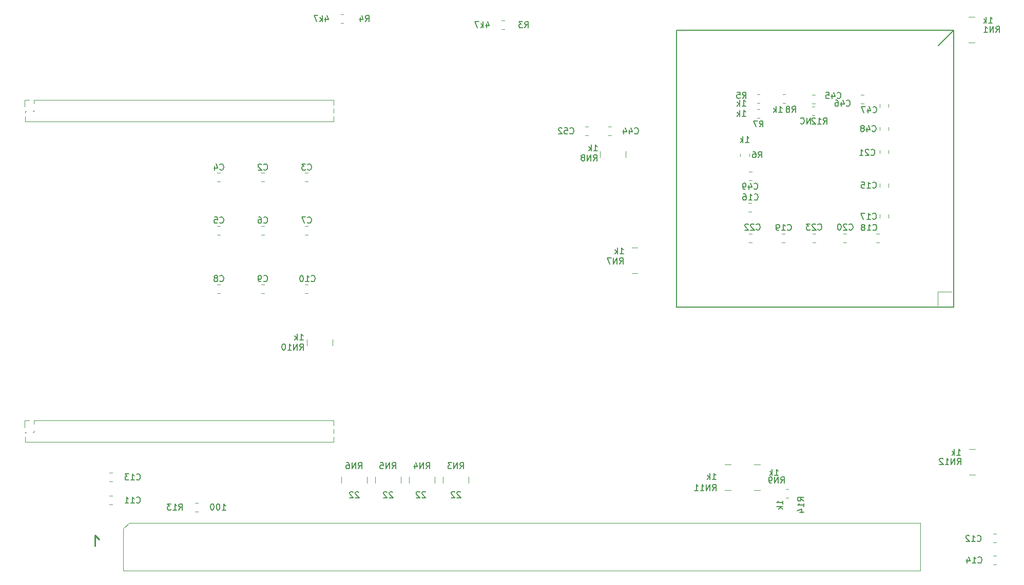
<source format=gbr>
G04 #@! TF.GenerationSoftware,KiCad,Pcbnew,(6.0.5-0)*
G04 #@! TF.CreationDate,2022-07-01T16:01:09+02:00*
G04 #@! TF.ProjectId,Z3660_v02,5a333636-305f-4763-9032-2e6b69636164,rev?*
G04 #@! TF.SameCoordinates,Original*
G04 #@! TF.FileFunction,Legend,Bot*
G04 #@! TF.FilePolarity,Positive*
%FSLAX46Y46*%
G04 Gerber Fmt 4.6, Leading zero omitted, Abs format (unit mm)*
G04 Created by KiCad (PCBNEW (6.0.5-0)) date 2022-07-01 16:01:09*
%MOMM*%
%LPD*%
G01*
G04 APERTURE LIST*
%ADD10C,0.222000*%
%ADD11C,0.120000*%
%ADD12C,0.150000*%
%ADD13C,0.200000*%
G04 APERTURE END LIST*
D10*
X100338000Y-116697200D02*
X99671300Y-116030600D01*
D11*
X241046000Y-75819000D02*
X238760000Y-75819000D01*
X238760000Y-75819000D02*
X238760000Y-78105000D01*
D10*
X99671300Y-116030600D02*
X99671300Y-117808400D01*
D12*
X245244857Y-116943142D02*
X245292476Y-116990761D01*
X245435333Y-117038380D01*
X245530571Y-117038380D01*
X245673428Y-116990761D01*
X245768666Y-116895523D01*
X245816285Y-116800285D01*
X245863904Y-116609809D01*
X245863904Y-116466952D01*
X245816285Y-116276476D01*
X245768666Y-116181238D01*
X245673428Y-116086000D01*
X245530571Y-116038380D01*
X245435333Y-116038380D01*
X245292476Y-116086000D01*
X245244857Y-116133619D01*
X244292476Y-117038380D02*
X244863904Y-117038380D01*
X244578190Y-117038380D02*
X244578190Y-116038380D01*
X244673428Y-116181238D01*
X244768666Y-116276476D01*
X244863904Y-116324095D01*
X243911523Y-116133619D02*
X243863904Y-116086000D01*
X243768666Y-116038380D01*
X243530571Y-116038380D01*
X243435333Y-116086000D01*
X243387714Y-116133619D01*
X243340095Y-116228857D01*
X243340095Y-116324095D01*
X243387714Y-116466952D01*
X243959142Y-117038380D01*
X243340095Y-117038380D01*
X170600666Y-32202380D02*
X170934000Y-31726190D01*
X171172095Y-32202380D02*
X171172095Y-31202380D01*
X170791142Y-31202380D01*
X170695904Y-31250000D01*
X170648285Y-31297619D01*
X170600666Y-31392857D01*
X170600666Y-31535714D01*
X170648285Y-31630952D01*
X170695904Y-31678571D01*
X170791142Y-31726190D01*
X171172095Y-31726190D01*
X170267333Y-31202380D02*
X169648285Y-31202380D01*
X169981619Y-31583333D01*
X169838761Y-31583333D01*
X169743523Y-31630952D01*
X169695904Y-31678571D01*
X169648285Y-31773809D01*
X169648285Y-32011904D01*
X169695904Y-32107142D01*
X169743523Y-32154761D01*
X169838761Y-32202380D01*
X170124476Y-32202380D01*
X170219714Y-32154761D01*
X170267333Y-32107142D01*
X164266476Y-31535714D02*
X164266476Y-32202380D01*
X164504571Y-31154761D02*
X164742666Y-31869047D01*
X164123619Y-31869047D01*
X163742666Y-32202380D02*
X163742666Y-31202380D01*
X163647428Y-31821428D02*
X163361714Y-32202380D01*
X163361714Y-31535714D02*
X163742666Y-31916666D01*
X163028380Y-31202380D02*
X162361714Y-31202380D01*
X162790285Y-32202380D01*
X201572666Y-108605580D02*
X201906000Y-108129390D01*
X202144095Y-108605580D02*
X202144095Y-107605580D01*
X201763142Y-107605580D01*
X201667904Y-107653200D01*
X201620285Y-107700819D01*
X201572666Y-107796057D01*
X201572666Y-107938914D01*
X201620285Y-108034152D01*
X201667904Y-108081771D01*
X201763142Y-108129390D01*
X202144095Y-108129390D01*
X201144095Y-108605580D02*
X201144095Y-107605580D01*
X200572666Y-108605580D01*
X200572666Y-107605580D01*
X199572666Y-108605580D02*
X200144095Y-108605580D01*
X199858380Y-108605580D02*
X199858380Y-107605580D01*
X199953619Y-107748438D01*
X200048857Y-107843676D01*
X200144095Y-107891295D01*
X198620285Y-108605580D02*
X199191714Y-108605580D01*
X198906000Y-108605580D02*
X198906000Y-107605580D01*
X199001238Y-107748438D01*
X199096476Y-107843676D01*
X199191714Y-107891295D01*
X201541047Y-106776780D02*
X202112476Y-106776780D01*
X201826761Y-106776780D02*
X201826761Y-105776780D01*
X201922000Y-105919638D01*
X202017238Y-106014876D01*
X202112476Y-106062495D01*
X201112476Y-106776780D02*
X201112476Y-105776780D01*
X201017238Y-106395828D02*
X200731523Y-106776780D01*
X200731523Y-106110114D02*
X201112476Y-106491066D01*
X241958666Y-104287580D02*
X242292000Y-103811390D01*
X242530095Y-104287580D02*
X242530095Y-103287580D01*
X242149142Y-103287580D01*
X242053904Y-103335200D01*
X242006285Y-103382819D01*
X241958666Y-103478057D01*
X241958666Y-103620914D01*
X242006285Y-103716152D01*
X242053904Y-103763771D01*
X242149142Y-103811390D01*
X242530095Y-103811390D01*
X241530095Y-104287580D02*
X241530095Y-103287580D01*
X240958666Y-104287580D01*
X240958666Y-103287580D01*
X239958666Y-104287580D02*
X240530095Y-104287580D01*
X240244380Y-104287580D02*
X240244380Y-103287580D01*
X240339619Y-103430438D01*
X240434857Y-103525676D01*
X240530095Y-103573295D01*
X239577714Y-103382819D02*
X239530095Y-103335200D01*
X239434857Y-103287580D01*
X239196761Y-103287580D01*
X239101523Y-103335200D01*
X239053904Y-103382819D01*
X239006285Y-103478057D01*
X239006285Y-103573295D01*
X239053904Y-103716152D01*
X239625333Y-104287580D01*
X239006285Y-104287580D01*
X241876247Y-102763580D02*
X242447676Y-102763580D01*
X242161961Y-102763580D02*
X242161961Y-101763580D01*
X242257200Y-101906438D01*
X242352438Y-102001676D01*
X242447676Y-102049295D01*
X241447676Y-102763580D02*
X241447676Y-101763580D01*
X241352438Y-102382628D02*
X241066723Y-102763580D01*
X241066723Y-102096914D02*
X241447676Y-102477866D01*
X181919476Y-54173380D02*
X182252809Y-53697190D01*
X182490904Y-54173380D02*
X182490904Y-53173380D01*
X182109952Y-53173380D01*
X182014714Y-53221000D01*
X181967095Y-53268619D01*
X181919476Y-53363857D01*
X181919476Y-53506714D01*
X181967095Y-53601952D01*
X182014714Y-53649571D01*
X182109952Y-53697190D01*
X182490904Y-53697190D01*
X181490904Y-54173380D02*
X181490904Y-53173380D01*
X180919476Y-54173380D01*
X180919476Y-53173380D01*
X180300428Y-53601952D02*
X180395666Y-53554333D01*
X180443285Y-53506714D01*
X180490904Y-53411476D01*
X180490904Y-53363857D01*
X180443285Y-53268619D01*
X180395666Y-53221000D01*
X180300428Y-53173380D01*
X180109952Y-53173380D01*
X180014714Y-53221000D01*
X179967095Y-53268619D01*
X179919476Y-53363857D01*
X179919476Y-53411476D01*
X179967095Y-53506714D01*
X180014714Y-53554333D01*
X180109952Y-53601952D01*
X180300428Y-53601952D01*
X180395666Y-53649571D01*
X180443285Y-53697190D01*
X180490904Y-53792428D01*
X180490904Y-53982904D01*
X180443285Y-54078142D01*
X180395666Y-54125761D01*
X180300428Y-54173380D01*
X180109952Y-54173380D01*
X180014714Y-54125761D01*
X179967095Y-54078142D01*
X179919476Y-53982904D01*
X179919476Y-53792428D01*
X179967095Y-53697190D01*
X180014714Y-53649571D01*
X180109952Y-53601952D01*
X181983047Y-52522380D02*
X182554476Y-52522380D01*
X182268761Y-52522380D02*
X182268761Y-51522380D01*
X182364000Y-51665238D01*
X182459238Y-51760476D01*
X182554476Y-51808095D01*
X181554476Y-52522380D02*
X181554476Y-51522380D01*
X181459238Y-52141428D02*
X181173523Y-52522380D01*
X181173523Y-51855714D02*
X181554476Y-52236666D01*
X248329476Y-32960380D02*
X248662809Y-32484190D01*
X248900904Y-32960380D02*
X248900904Y-31960380D01*
X248519952Y-31960380D01*
X248424714Y-32008000D01*
X248377095Y-32055619D01*
X248329476Y-32150857D01*
X248329476Y-32293714D01*
X248377095Y-32388952D01*
X248424714Y-32436571D01*
X248519952Y-32484190D01*
X248900904Y-32484190D01*
X247900904Y-32960380D02*
X247900904Y-31960380D01*
X247329476Y-32960380D01*
X247329476Y-31960380D01*
X246329476Y-32960380D02*
X246900904Y-32960380D01*
X246615190Y-32960380D02*
X246615190Y-31960380D01*
X246710428Y-32103238D01*
X246805666Y-32198476D01*
X246900904Y-32246095D01*
X247123047Y-31436380D02*
X247694476Y-31436380D01*
X247408761Y-31436380D02*
X247408761Y-30436380D01*
X247504000Y-30579238D01*
X247599238Y-30674476D01*
X247694476Y-30722095D01*
X246694476Y-31436380D02*
X246694476Y-30436380D01*
X246599238Y-31055428D02*
X246313523Y-31436380D01*
X246313523Y-30769714D02*
X246694476Y-31150666D01*
X186237476Y-71191380D02*
X186570809Y-70715190D01*
X186808904Y-71191380D02*
X186808904Y-70191380D01*
X186427952Y-70191380D01*
X186332714Y-70239000D01*
X186285095Y-70286619D01*
X186237476Y-70381857D01*
X186237476Y-70524714D01*
X186285095Y-70619952D01*
X186332714Y-70667571D01*
X186427952Y-70715190D01*
X186808904Y-70715190D01*
X185808904Y-71191380D02*
X185808904Y-70191380D01*
X185237476Y-71191380D01*
X185237476Y-70191380D01*
X184856523Y-70191380D02*
X184189857Y-70191380D01*
X184618428Y-71191380D01*
X186301047Y-69540380D02*
X186872476Y-69540380D01*
X186586761Y-69540380D02*
X186586761Y-68540380D01*
X186682000Y-68683238D01*
X186777238Y-68778476D01*
X186872476Y-68826095D01*
X185872476Y-69540380D02*
X185872476Y-68540380D01*
X185777238Y-69159428D02*
X185491523Y-69540380D01*
X185491523Y-68873714D02*
X185872476Y-69254666D01*
X228036357Y-46140642D02*
X228083976Y-46188261D01*
X228226833Y-46235880D01*
X228322071Y-46235880D01*
X228464928Y-46188261D01*
X228560166Y-46093023D01*
X228607785Y-45997785D01*
X228655404Y-45807309D01*
X228655404Y-45664452D01*
X228607785Y-45473976D01*
X228560166Y-45378738D01*
X228464928Y-45283500D01*
X228322071Y-45235880D01*
X228226833Y-45235880D01*
X228083976Y-45283500D01*
X228036357Y-45331119D01*
X227179214Y-45569214D02*
X227179214Y-46235880D01*
X227417309Y-45188261D02*
X227655404Y-45902547D01*
X227036357Y-45902547D01*
X226750642Y-45235880D02*
X226083976Y-45235880D01*
X226512547Y-46235880D01*
X106560857Y-110593142D02*
X106608476Y-110640761D01*
X106751333Y-110688380D01*
X106846571Y-110688380D01*
X106989428Y-110640761D01*
X107084666Y-110545523D01*
X107132285Y-110450285D01*
X107179904Y-110259809D01*
X107179904Y-110116952D01*
X107132285Y-109926476D01*
X107084666Y-109831238D01*
X106989428Y-109736000D01*
X106846571Y-109688380D01*
X106751333Y-109688380D01*
X106608476Y-109736000D01*
X106560857Y-109783619D01*
X105608476Y-110688380D02*
X106179904Y-110688380D01*
X105894190Y-110688380D02*
X105894190Y-109688380D01*
X105989428Y-109831238D01*
X106084666Y-109926476D01*
X106179904Y-109974095D01*
X104656095Y-110688380D02*
X105227523Y-110688380D01*
X104941809Y-110688380D02*
X104941809Y-109688380D01*
X105037047Y-109831238D01*
X105132285Y-109926476D01*
X105227523Y-109974095D01*
X209107066Y-53639980D02*
X209440400Y-53163790D01*
X209678495Y-53639980D02*
X209678495Y-52639980D01*
X209297542Y-52639980D01*
X209202304Y-52687600D01*
X209154685Y-52735219D01*
X209107066Y-52830457D01*
X209107066Y-52973314D01*
X209154685Y-53068552D01*
X209202304Y-53116171D01*
X209297542Y-53163790D01*
X209678495Y-53163790D01*
X208249923Y-52639980D02*
X208440400Y-52639980D01*
X208535638Y-52687600D01*
X208583257Y-52735219D01*
X208678495Y-52878076D01*
X208726114Y-53068552D01*
X208726114Y-53449504D01*
X208678495Y-53544742D01*
X208630876Y-53592361D01*
X208535638Y-53639980D01*
X208345161Y-53639980D01*
X208249923Y-53592361D01*
X208202304Y-53544742D01*
X208154685Y-53449504D01*
X208154685Y-53211409D01*
X208202304Y-53116171D01*
X208249923Y-53068552D01*
X208345161Y-53020933D01*
X208535638Y-53020933D01*
X208630876Y-53068552D01*
X208678495Y-53116171D01*
X208726114Y-53211409D01*
X207002047Y-51125380D02*
X207573476Y-51125380D01*
X207287761Y-51125380D02*
X207287761Y-50125380D01*
X207383000Y-50268238D01*
X207478238Y-50363476D01*
X207573476Y-50411095D01*
X206573476Y-51125380D02*
X206573476Y-50125380D01*
X206478238Y-50744428D02*
X206192523Y-51125380D01*
X206192523Y-50458714D02*
X206573476Y-50839666D01*
X209310266Y-48559980D02*
X209643600Y-48083790D01*
X209881695Y-48559980D02*
X209881695Y-47559980D01*
X209500742Y-47559980D01*
X209405504Y-47607600D01*
X209357885Y-47655219D01*
X209310266Y-47750457D01*
X209310266Y-47893314D01*
X209357885Y-47988552D01*
X209405504Y-48036171D01*
X209500742Y-48083790D01*
X209881695Y-48083790D01*
X208976933Y-47559980D02*
X208310266Y-47559980D01*
X208738838Y-48559980D01*
X206468647Y-46832780D02*
X207040076Y-46832780D01*
X206754361Y-46832780D02*
X206754361Y-45832780D01*
X206849600Y-45975638D01*
X206944838Y-46070876D01*
X207040076Y-46118495D01*
X206040076Y-46832780D02*
X206040076Y-45832780D01*
X205944838Y-46451828D02*
X205659123Y-46832780D01*
X205659123Y-46166114D02*
X206040076Y-46547066D01*
X214669666Y-46172380D02*
X215003000Y-45696190D01*
X215241095Y-46172380D02*
X215241095Y-45172380D01*
X214860142Y-45172380D01*
X214764904Y-45220000D01*
X214717285Y-45267619D01*
X214669666Y-45362857D01*
X214669666Y-45505714D01*
X214717285Y-45600952D01*
X214764904Y-45648571D01*
X214860142Y-45696190D01*
X215241095Y-45696190D01*
X214098238Y-45600952D02*
X214193476Y-45553333D01*
X214241095Y-45505714D01*
X214288714Y-45410476D01*
X214288714Y-45362857D01*
X214241095Y-45267619D01*
X214193476Y-45220000D01*
X214098238Y-45172380D01*
X213907761Y-45172380D01*
X213812523Y-45220000D01*
X213764904Y-45267619D01*
X213717285Y-45362857D01*
X213717285Y-45410476D01*
X213764904Y-45505714D01*
X213812523Y-45553333D01*
X213907761Y-45600952D01*
X214098238Y-45600952D01*
X214193476Y-45648571D01*
X214241095Y-45696190D01*
X214288714Y-45791428D01*
X214288714Y-45981904D01*
X214241095Y-46077142D01*
X214193476Y-46124761D01*
X214098238Y-46172380D01*
X213907761Y-46172380D01*
X213812523Y-46124761D01*
X213764904Y-46077142D01*
X213717285Y-45981904D01*
X213717285Y-45791428D01*
X213764904Y-45696190D01*
X213812523Y-45648571D01*
X213907761Y-45600952D01*
X212463047Y-46172380D02*
X213034476Y-46172380D01*
X212748761Y-46172380D02*
X212748761Y-45172380D01*
X212844000Y-45315238D01*
X212939238Y-45410476D01*
X213034476Y-45458095D01*
X212034476Y-46172380D02*
X212034476Y-45172380D01*
X211939238Y-45791428D02*
X211653523Y-46172380D01*
X211653523Y-45505714D02*
X212034476Y-45886666D01*
X113545857Y-111831380D02*
X113879190Y-111355190D01*
X114117285Y-111831380D02*
X114117285Y-110831380D01*
X113736333Y-110831380D01*
X113641095Y-110879000D01*
X113593476Y-110926619D01*
X113545857Y-111021857D01*
X113545857Y-111164714D01*
X113593476Y-111259952D01*
X113641095Y-111307571D01*
X113736333Y-111355190D01*
X114117285Y-111355190D01*
X112593476Y-111831380D02*
X113164904Y-111831380D01*
X112879190Y-111831380D02*
X112879190Y-110831380D01*
X112974428Y-110974238D01*
X113069666Y-111069476D01*
X113164904Y-111117095D01*
X112260142Y-110831380D02*
X111641095Y-110831380D01*
X111974428Y-111212333D01*
X111831571Y-111212333D01*
X111736333Y-111259952D01*
X111688714Y-111307571D01*
X111641095Y-111402809D01*
X111641095Y-111640904D01*
X111688714Y-111736142D01*
X111736333Y-111783761D01*
X111831571Y-111831380D01*
X112117285Y-111831380D01*
X112212523Y-111783761D01*
X112260142Y-111736142D01*
X120681666Y-111831380D02*
X121253095Y-111831380D01*
X120967380Y-111831380D02*
X120967380Y-110831380D01*
X121062619Y-110974238D01*
X121157857Y-111069476D01*
X121253095Y-111117095D01*
X120062619Y-110831380D02*
X119967380Y-110831380D01*
X119872142Y-110879000D01*
X119824523Y-110926619D01*
X119776904Y-111021857D01*
X119729285Y-111212333D01*
X119729285Y-111450428D01*
X119776904Y-111640904D01*
X119824523Y-111736142D01*
X119872142Y-111783761D01*
X119967380Y-111831380D01*
X120062619Y-111831380D01*
X120157857Y-111783761D01*
X120205476Y-111736142D01*
X120253095Y-111640904D01*
X120300714Y-111450428D01*
X120300714Y-111212333D01*
X120253095Y-111021857D01*
X120205476Y-110926619D01*
X120157857Y-110879000D01*
X120062619Y-110831380D01*
X119110238Y-110831380D02*
X119015000Y-110831380D01*
X118919761Y-110879000D01*
X118872142Y-110926619D01*
X118824523Y-111021857D01*
X118776904Y-111212333D01*
X118776904Y-111450428D01*
X118824523Y-111640904D01*
X118872142Y-111736142D01*
X118919761Y-111783761D01*
X119015000Y-111831380D01*
X119110238Y-111831380D01*
X119205476Y-111783761D01*
X119253095Y-111736142D01*
X119300714Y-111640904D01*
X119348333Y-111450428D01*
X119348333Y-111212333D01*
X119300714Y-111021857D01*
X119253095Y-110926619D01*
X119205476Y-110879000D01*
X119110238Y-110831380D01*
X212831276Y-107386380D02*
X213164609Y-106910190D01*
X213402704Y-107386380D02*
X213402704Y-106386380D01*
X213021752Y-106386380D01*
X212926514Y-106434000D01*
X212878895Y-106481619D01*
X212831276Y-106576857D01*
X212831276Y-106719714D01*
X212878895Y-106814952D01*
X212926514Y-106862571D01*
X213021752Y-106910190D01*
X213402704Y-106910190D01*
X212402704Y-107386380D02*
X212402704Y-106386380D01*
X211831276Y-107386380D01*
X211831276Y-106386380D01*
X211307466Y-107386380D02*
X211116990Y-107386380D01*
X211021752Y-107338761D01*
X210974133Y-107291142D01*
X210878895Y-107148285D01*
X210831276Y-106957809D01*
X210831276Y-106576857D01*
X210878895Y-106481619D01*
X210926514Y-106434000D01*
X211021752Y-106386380D01*
X211212228Y-106386380D01*
X211307466Y-106434000D01*
X211355085Y-106481619D01*
X211402704Y-106576857D01*
X211402704Y-106814952D01*
X211355085Y-106910190D01*
X211307466Y-106957809D01*
X211212228Y-107005428D01*
X211021752Y-107005428D01*
X210926514Y-106957809D01*
X210878895Y-106910190D01*
X210831276Y-106814952D01*
X211828047Y-106116380D02*
X212399476Y-106116380D01*
X212113761Y-106116380D02*
X212113761Y-105116380D01*
X212209000Y-105259238D01*
X212304238Y-105354476D01*
X212399476Y-105402095D01*
X211399476Y-106116380D02*
X211399476Y-105116380D01*
X211304238Y-105735428D02*
X211018523Y-106116380D01*
X211018523Y-105449714D02*
X211399476Y-105830666D01*
X133500666Y-85415380D02*
X133834000Y-84939190D01*
X134072095Y-85415380D02*
X134072095Y-84415380D01*
X133691142Y-84415380D01*
X133595904Y-84463000D01*
X133548285Y-84510619D01*
X133500666Y-84605857D01*
X133500666Y-84748714D01*
X133548285Y-84843952D01*
X133595904Y-84891571D01*
X133691142Y-84939190D01*
X134072095Y-84939190D01*
X133072095Y-85415380D02*
X133072095Y-84415380D01*
X132500666Y-85415380D01*
X132500666Y-84415380D01*
X131500666Y-85415380D02*
X132072095Y-85415380D01*
X131786380Y-85415380D02*
X131786380Y-84415380D01*
X131881619Y-84558238D01*
X131976857Y-84653476D01*
X132072095Y-84701095D01*
X130881619Y-84415380D02*
X130786380Y-84415380D01*
X130691142Y-84463000D01*
X130643523Y-84510619D01*
X130595904Y-84605857D01*
X130548285Y-84796333D01*
X130548285Y-85034428D01*
X130595904Y-85224904D01*
X130643523Y-85320142D01*
X130691142Y-85367761D01*
X130786380Y-85415380D01*
X130881619Y-85415380D01*
X130976857Y-85367761D01*
X131024476Y-85320142D01*
X131072095Y-85224904D01*
X131119714Y-85034428D01*
X131119714Y-84796333D01*
X131072095Y-84605857D01*
X131024476Y-84510619D01*
X130976857Y-84463000D01*
X130881619Y-84415380D01*
X133469047Y-83764380D02*
X134040476Y-83764380D01*
X133754761Y-83764380D02*
X133754761Y-82764380D01*
X133850000Y-82907238D01*
X133945238Y-83002476D01*
X134040476Y-83050095D01*
X133040476Y-83764380D02*
X133040476Y-82764380D01*
X132945238Y-83383428D02*
X132659523Y-83764380D01*
X132659523Y-83097714D02*
X133040476Y-83478666D01*
X159916476Y-105029380D02*
X160249809Y-104553190D01*
X160487904Y-105029380D02*
X160487904Y-104029380D01*
X160106952Y-104029380D01*
X160011714Y-104077000D01*
X159964095Y-104124619D01*
X159916476Y-104219857D01*
X159916476Y-104362714D01*
X159964095Y-104457952D01*
X160011714Y-104505571D01*
X160106952Y-104553190D01*
X160487904Y-104553190D01*
X159487904Y-105029380D02*
X159487904Y-104029380D01*
X158916476Y-105029380D01*
X158916476Y-104029380D01*
X158535523Y-104029380D02*
X157916476Y-104029380D01*
X158249809Y-104410333D01*
X158106952Y-104410333D01*
X158011714Y-104457952D01*
X157964095Y-104505571D01*
X157916476Y-104600809D01*
X157916476Y-104838904D01*
X157964095Y-104934142D01*
X158011714Y-104981761D01*
X158106952Y-105029380D01*
X158392666Y-105029380D01*
X158487904Y-104981761D01*
X158535523Y-104934142D01*
X159987904Y-108885219D02*
X159940285Y-108837600D01*
X159845047Y-108789980D01*
X159606952Y-108789980D01*
X159511714Y-108837600D01*
X159464095Y-108885219D01*
X159416476Y-108980457D01*
X159416476Y-109075695D01*
X159464095Y-109218552D01*
X160035523Y-109789980D01*
X159416476Y-109789980D01*
X159035523Y-108885219D02*
X158987904Y-108837600D01*
X158892666Y-108789980D01*
X158654571Y-108789980D01*
X158559333Y-108837600D01*
X158511714Y-108885219D01*
X158464095Y-108980457D01*
X158464095Y-109075695D01*
X158511714Y-109218552D01*
X159083142Y-109789980D01*
X158464095Y-109789980D01*
X148705676Y-105014780D02*
X149039009Y-104538590D01*
X149277104Y-105014780D02*
X149277104Y-104014780D01*
X148896152Y-104014780D01*
X148800914Y-104062400D01*
X148753295Y-104110019D01*
X148705676Y-104205257D01*
X148705676Y-104348114D01*
X148753295Y-104443352D01*
X148800914Y-104490971D01*
X148896152Y-104538590D01*
X149277104Y-104538590D01*
X148277104Y-105014780D02*
X148277104Y-104014780D01*
X147705676Y-105014780D01*
X147705676Y-104014780D01*
X146753295Y-104014780D02*
X147229485Y-104014780D01*
X147277104Y-104490971D01*
X147229485Y-104443352D01*
X147134247Y-104395733D01*
X146896152Y-104395733D01*
X146800914Y-104443352D01*
X146753295Y-104490971D01*
X146705676Y-104586209D01*
X146705676Y-104824304D01*
X146753295Y-104919542D01*
X146800914Y-104967161D01*
X146896152Y-105014780D01*
X147134247Y-105014780D01*
X147229485Y-104967161D01*
X147277104Y-104919542D01*
X148811904Y-108910619D02*
X148764285Y-108863000D01*
X148669047Y-108815380D01*
X148430952Y-108815380D01*
X148335714Y-108863000D01*
X148288095Y-108910619D01*
X148240476Y-109005857D01*
X148240476Y-109101095D01*
X148288095Y-109243952D01*
X148859523Y-109815380D01*
X148240476Y-109815380D01*
X147859523Y-108910619D02*
X147811904Y-108863000D01*
X147716666Y-108815380D01*
X147478571Y-108815380D01*
X147383333Y-108863000D01*
X147335714Y-108910619D01*
X147288095Y-109005857D01*
X147288095Y-109101095D01*
X147335714Y-109243952D01*
X147907142Y-109815380D01*
X147288095Y-109815380D01*
X143117676Y-105014780D02*
X143451009Y-104538590D01*
X143689104Y-105014780D02*
X143689104Y-104014780D01*
X143308152Y-104014780D01*
X143212914Y-104062400D01*
X143165295Y-104110019D01*
X143117676Y-104205257D01*
X143117676Y-104348114D01*
X143165295Y-104443352D01*
X143212914Y-104490971D01*
X143308152Y-104538590D01*
X143689104Y-104538590D01*
X142689104Y-105014780D02*
X142689104Y-104014780D01*
X142117676Y-105014780D01*
X142117676Y-104014780D01*
X141212914Y-104014780D02*
X141403390Y-104014780D01*
X141498628Y-104062400D01*
X141546247Y-104110019D01*
X141641485Y-104252876D01*
X141689104Y-104443352D01*
X141689104Y-104824304D01*
X141641485Y-104919542D01*
X141593866Y-104967161D01*
X141498628Y-105014780D01*
X141308152Y-105014780D01*
X141212914Y-104967161D01*
X141165295Y-104919542D01*
X141117676Y-104824304D01*
X141117676Y-104586209D01*
X141165295Y-104490971D01*
X141212914Y-104443352D01*
X141308152Y-104395733D01*
X141498628Y-104395733D01*
X141593866Y-104443352D01*
X141641485Y-104490971D01*
X141689104Y-104586209D01*
X143223904Y-108910619D02*
X143176285Y-108863000D01*
X143081047Y-108815380D01*
X142842952Y-108815380D01*
X142747714Y-108863000D01*
X142700095Y-108910619D01*
X142652476Y-109005857D01*
X142652476Y-109101095D01*
X142700095Y-109243952D01*
X143271523Y-109815380D01*
X142652476Y-109815380D01*
X142271523Y-108910619D02*
X142223904Y-108863000D01*
X142128666Y-108815380D01*
X141890571Y-108815380D01*
X141795333Y-108863000D01*
X141747714Y-108910619D01*
X141700095Y-109005857D01*
X141700095Y-109101095D01*
X141747714Y-109243952D01*
X142319142Y-109815380D01*
X141700095Y-109815380D01*
X227909357Y-49252142D02*
X227956976Y-49299761D01*
X228099833Y-49347380D01*
X228195071Y-49347380D01*
X228337928Y-49299761D01*
X228433166Y-49204523D01*
X228480785Y-49109285D01*
X228528404Y-48918809D01*
X228528404Y-48775952D01*
X228480785Y-48585476D01*
X228433166Y-48490238D01*
X228337928Y-48395000D01*
X228195071Y-48347380D01*
X228099833Y-48347380D01*
X227956976Y-48395000D01*
X227909357Y-48442619D01*
X227052214Y-48680714D02*
X227052214Y-49347380D01*
X227290309Y-48299761D02*
X227528404Y-49014047D01*
X226909357Y-49014047D01*
X226385547Y-48775952D02*
X226480785Y-48728333D01*
X226528404Y-48680714D01*
X226576023Y-48585476D01*
X226576023Y-48537857D01*
X226528404Y-48442619D01*
X226480785Y-48395000D01*
X226385547Y-48347380D01*
X226195071Y-48347380D01*
X226099833Y-48395000D01*
X226052214Y-48442619D01*
X226004595Y-48537857D01*
X226004595Y-48585476D01*
X226052214Y-48680714D01*
X226099833Y-48728333D01*
X226195071Y-48775952D01*
X226385547Y-48775952D01*
X226480785Y-48823571D01*
X226528404Y-48871190D01*
X226576023Y-48966428D01*
X226576023Y-49156904D01*
X226528404Y-49252142D01*
X226480785Y-49299761D01*
X226385547Y-49347380D01*
X226195071Y-49347380D01*
X226099833Y-49299761D01*
X226052214Y-49252142D01*
X226004595Y-49156904D01*
X226004595Y-48966428D01*
X226052214Y-48871190D01*
X226099833Y-48823571D01*
X226195071Y-48775952D01*
X106560857Y-106783142D02*
X106608476Y-106830761D01*
X106751333Y-106878380D01*
X106846571Y-106878380D01*
X106989428Y-106830761D01*
X107084666Y-106735523D01*
X107132285Y-106640285D01*
X107179904Y-106449809D01*
X107179904Y-106306952D01*
X107132285Y-106116476D01*
X107084666Y-106021238D01*
X106989428Y-105926000D01*
X106846571Y-105878380D01*
X106751333Y-105878380D01*
X106608476Y-105926000D01*
X106560857Y-105973619D01*
X105608476Y-106878380D02*
X106179904Y-106878380D01*
X105894190Y-106878380D02*
X105894190Y-105878380D01*
X105989428Y-106021238D01*
X106084666Y-106116476D01*
X106179904Y-106164095D01*
X105275142Y-105878380D02*
X104656095Y-105878380D01*
X104989428Y-106259333D01*
X104846571Y-106259333D01*
X104751333Y-106306952D01*
X104703714Y-106354571D01*
X104656095Y-106449809D01*
X104656095Y-106687904D01*
X104703714Y-106783142D01*
X104751333Y-106830761D01*
X104846571Y-106878380D01*
X105132285Y-106878380D01*
X105227523Y-106830761D01*
X105275142Y-106783142D01*
X245371857Y-120499142D02*
X245419476Y-120546761D01*
X245562333Y-120594380D01*
X245657571Y-120594380D01*
X245800428Y-120546761D01*
X245895666Y-120451523D01*
X245943285Y-120356285D01*
X245990904Y-120165809D01*
X245990904Y-120022952D01*
X245943285Y-119832476D01*
X245895666Y-119737238D01*
X245800428Y-119642000D01*
X245657571Y-119594380D01*
X245562333Y-119594380D01*
X245419476Y-119642000D01*
X245371857Y-119689619D01*
X244419476Y-120594380D02*
X244990904Y-120594380D01*
X244705190Y-120594380D02*
X244705190Y-119594380D01*
X244800428Y-119737238D01*
X244895666Y-119832476D01*
X244990904Y-119880095D01*
X243562333Y-119927714D02*
X243562333Y-120594380D01*
X243800428Y-119546761D02*
X244038523Y-120261047D01*
X243419476Y-120261047D01*
X206516266Y-43835580D02*
X206849600Y-43359390D01*
X207087695Y-43835580D02*
X207087695Y-42835580D01*
X206706742Y-42835580D01*
X206611504Y-42883200D01*
X206563885Y-42930819D01*
X206516266Y-43026057D01*
X206516266Y-43168914D01*
X206563885Y-43264152D01*
X206611504Y-43311771D01*
X206706742Y-43359390D01*
X207087695Y-43359390D01*
X205611504Y-42835580D02*
X206087695Y-42835580D01*
X206135314Y-43311771D01*
X206087695Y-43264152D01*
X205992457Y-43216533D01*
X205754361Y-43216533D01*
X205659123Y-43264152D01*
X205611504Y-43311771D01*
X205563885Y-43407009D01*
X205563885Y-43645104D01*
X205611504Y-43740342D01*
X205659123Y-43787961D01*
X205754361Y-43835580D01*
X205992457Y-43835580D01*
X206087695Y-43787961D01*
X206135314Y-43740342D01*
X206468647Y-45105580D02*
X207040076Y-45105580D01*
X206754361Y-45105580D02*
X206754361Y-44105580D01*
X206849600Y-44248438D01*
X206944838Y-44343676D01*
X207040076Y-44391295D01*
X206040076Y-45105580D02*
X206040076Y-44105580D01*
X205944838Y-44724628D02*
X205659123Y-45105580D01*
X205659123Y-44438914D02*
X206040076Y-44819866D01*
X154328476Y-105029380D02*
X154661809Y-104553190D01*
X154899904Y-105029380D02*
X154899904Y-104029380D01*
X154518952Y-104029380D01*
X154423714Y-104077000D01*
X154376095Y-104124619D01*
X154328476Y-104219857D01*
X154328476Y-104362714D01*
X154376095Y-104457952D01*
X154423714Y-104505571D01*
X154518952Y-104553190D01*
X154899904Y-104553190D01*
X153899904Y-105029380D02*
X153899904Y-104029380D01*
X153328476Y-105029380D01*
X153328476Y-104029380D01*
X152423714Y-104362714D02*
X152423714Y-105029380D01*
X152661809Y-103981761D02*
X152899904Y-104696047D01*
X152280857Y-104696047D01*
X154212704Y-108885219D02*
X154165085Y-108837600D01*
X154069847Y-108789980D01*
X153831752Y-108789980D01*
X153736514Y-108837600D01*
X153688895Y-108885219D01*
X153641276Y-108980457D01*
X153641276Y-109075695D01*
X153688895Y-109218552D01*
X154260323Y-109789980D01*
X153641276Y-109789980D01*
X153260323Y-108885219D02*
X153212704Y-108837600D01*
X153117466Y-108789980D01*
X152879371Y-108789980D01*
X152784133Y-108837600D01*
X152736514Y-108885219D01*
X152688895Y-108980457D01*
X152688895Y-109075695D01*
X152736514Y-109218552D01*
X153307942Y-109789980D01*
X152688895Y-109789980D01*
X216606380Y-110355142D02*
X216130190Y-110021809D01*
X216606380Y-109783714D02*
X215606380Y-109783714D01*
X215606380Y-110164666D01*
X215654000Y-110259904D01*
X215701619Y-110307523D01*
X215796857Y-110355142D01*
X215939714Y-110355142D01*
X216034952Y-110307523D01*
X216082571Y-110259904D01*
X216130190Y-110164666D01*
X216130190Y-109783714D01*
X216606380Y-111307523D02*
X216606380Y-110736095D01*
X216606380Y-111021809D02*
X215606380Y-111021809D01*
X215749238Y-110926571D01*
X215844476Y-110831333D01*
X215892095Y-110736095D01*
X215939714Y-112164666D02*
X216606380Y-112164666D01*
X215558761Y-111926571D02*
X216273047Y-111688476D01*
X216273047Y-112307523D01*
X213177380Y-110878952D02*
X213177380Y-110307523D01*
X213177380Y-110593238D02*
X212177380Y-110593238D01*
X212320238Y-110498000D01*
X212415476Y-110402761D01*
X212463095Y-110307523D01*
X213177380Y-111307523D02*
X212177380Y-111307523D01*
X212796428Y-111402761D02*
X213177380Y-111688476D01*
X212510714Y-111688476D02*
X212891666Y-111307523D01*
X144311666Y-31186380D02*
X144645000Y-30710190D01*
X144883095Y-31186380D02*
X144883095Y-30186380D01*
X144502142Y-30186380D01*
X144406904Y-30234000D01*
X144359285Y-30281619D01*
X144311666Y-30376857D01*
X144311666Y-30519714D01*
X144359285Y-30614952D01*
X144406904Y-30662571D01*
X144502142Y-30710190D01*
X144883095Y-30710190D01*
X143454523Y-30519714D02*
X143454523Y-31186380D01*
X143692619Y-30138761D02*
X143930714Y-30853047D01*
X143311666Y-30853047D01*
X137723476Y-30519714D02*
X137723476Y-31186380D01*
X137961571Y-30138761D02*
X138199666Y-30853047D01*
X137580619Y-30853047D01*
X137199666Y-31186380D02*
X137199666Y-30186380D01*
X137104428Y-30805428D02*
X136818714Y-31186380D01*
X136818714Y-30519714D02*
X137199666Y-30900666D01*
X136485380Y-30186380D02*
X135818714Y-30186380D01*
X136247285Y-31186380D01*
X127547666Y-55602142D02*
X127595285Y-55649761D01*
X127738142Y-55697380D01*
X127833380Y-55697380D01*
X127976238Y-55649761D01*
X128071476Y-55554523D01*
X128119095Y-55459285D01*
X128166714Y-55268809D01*
X128166714Y-55125952D01*
X128119095Y-54935476D01*
X128071476Y-54840238D01*
X127976238Y-54745000D01*
X127833380Y-54697380D01*
X127738142Y-54697380D01*
X127595285Y-54745000D01*
X127547666Y-54792619D01*
X127166714Y-54792619D02*
X127119095Y-54745000D01*
X127023857Y-54697380D01*
X126785761Y-54697380D01*
X126690523Y-54745000D01*
X126642904Y-54792619D01*
X126595285Y-54887857D01*
X126595285Y-54983095D01*
X126642904Y-55125952D01*
X127214333Y-55697380D01*
X126595285Y-55697380D01*
X120308666Y-64365142D02*
X120356285Y-64412761D01*
X120499142Y-64460380D01*
X120594380Y-64460380D01*
X120737238Y-64412761D01*
X120832476Y-64317523D01*
X120880095Y-64222285D01*
X120927714Y-64031809D01*
X120927714Y-63888952D01*
X120880095Y-63698476D01*
X120832476Y-63603238D01*
X120737238Y-63508000D01*
X120594380Y-63460380D01*
X120499142Y-63460380D01*
X120356285Y-63508000D01*
X120308666Y-63555619D01*
X119403904Y-63460380D02*
X119880095Y-63460380D01*
X119927714Y-63936571D01*
X119880095Y-63888952D01*
X119784857Y-63841333D01*
X119546761Y-63841333D01*
X119451523Y-63888952D01*
X119403904Y-63936571D01*
X119356285Y-64031809D01*
X119356285Y-64269904D01*
X119403904Y-64365142D01*
X119451523Y-64412761D01*
X119546761Y-64460380D01*
X119784857Y-64460380D01*
X119880095Y-64412761D01*
X119927714Y-64365142D01*
X127547666Y-64365142D02*
X127595285Y-64412761D01*
X127738142Y-64460380D01*
X127833380Y-64460380D01*
X127976238Y-64412761D01*
X128071476Y-64317523D01*
X128119095Y-64222285D01*
X128166714Y-64031809D01*
X128166714Y-63888952D01*
X128119095Y-63698476D01*
X128071476Y-63603238D01*
X127976238Y-63508000D01*
X127833380Y-63460380D01*
X127738142Y-63460380D01*
X127595285Y-63508000D01*
X127547666Y-63555619D01*
X126690523Y-63460380D02*
X126881000Y-63460380D01*
X126976238Y-63508000D01*
X127023857Y-63555619D01*
X127119095Y-63698476D01*
X127166714Y-63888952D01*
X127166714Y-64269904D01*
X127119095Y-64365142D01*
X127071476Y-64412761D01*
X126976238Y-64460380D01*
X126785761Y-64460380D01*
X126690523Y-64412761D01*
X126642904Y-64365142D01*
X126595285Y-64269904D01*
X126595285Y-64031809D01*
X126642904Y-63936571D01*
X126690523Y-63888952D01*
X126785761Y-63841333D01*
X126976238Y-63841333D01*
X127071476Y-63888952D01*
X127119095Y-63936571D01*
X127166714Y-64031809D01*
X134786666Y-64365142D02*
X134834285Y-64412761D01*
X134977142Y-64460380D01*
X135072380Y-64460380D01*
X135215238Y-64412761D01*
X135310476Y-64317523D01*
X135358095Y-64222285D01*
X135405714Y-64031809D01*
X135405714Y-63888952D01*
X135358095Y-63698476D01*
X135310476Y-63603238D01*
X135215238Y-63508000D01*
X135072380Y-63460380D01*
X134977142Y-63460380D01*
X134834285Y-63508000D01*
X134786666Y-63555619D01*
X134453333Y-63460380D02*
X133786666Y-63460380D01*
X134215238Y-64460380D01*
X120308666Y-74017142D02*
X120356285Y-74064761D01*
X120499142Y-74112380D01*
X120594380Y-74112380D01*
X120737238Y-74064761D01*
X120832476Y-73969523D01*
X120880095Y-73874285D01*
X120927714Y-73683809D01*
X120927714Y-73540952D01*
X120880095Y-73350476D01*
X120832476Y-73255238D01*
X120737238Y-73160000D01*
X120594380Y-73112380D01*
X120499142Y-73112380D01*
X120356285Y-73160000D01*
X120308666Y-73207619D01*
X119737238Y-73540952D02*
X119832476Y-73493333D01*
X119880095Y-73445714D01*
X119927714Y-73350476D01*
X119927714Y-73302857D01*
X119880095Y-73207619D01*
X119832476Y-73160000D01*
X119737238Y-73112380D01*
X119546761Y-73112380D01*
X119451523Y-73160000D01*
X119403904Y-73207619D01*
X119356285Y-73302857D01*
X119356285Y-73350476D01*
X119403904Y-73445714D01*
X119451523Y-73493333D01*
X119546761Y-73540952D01*
X119737238Y-73540952D01*
X119832476Y-73588571D01*
X119880095Y-73636190D01*
X119927714Y-73731428D01*
X119927714Y-73921904D01*
X119880095Y-74017142D01*
X119832476Y-74064761D01*
X119737238Y-74112380D01*
X119546761Y-74112380D01*
X119451523Y-74064761D01*
X119403904Y-74017142D01*
X119356285Y-73921904D01*
X119356285Y-73731428D01*
X119403904Y-73636190D01*
X119451523Y-73588571D01*
X119546761Y-73540952D01*
X127547666Y-74017142D02*
X127595285Y-74064761D01*
X127738142Y-74112380D01*
X127833380Y-74112380D01*
X127976238Y-74064761D01*
X128071476Y-73969523D01*
X128119095Y-73874285D01*
X128166714Y-73683809D01*
X128166714Y-73540952D01*
X128119095Y-73350476D01*
X128071476Y-73255238D01*
X127976238Y-73160000D01*
X127833380Y-73112380D01*
X127738142Y-73112380D01*
X127595285Y-73160000D01*
X127547666Y-73207619D01*
X127071476Y-74112380D02*
X126881000Y-74112380D01*
X126785761Y-74064761D01*
X126738142Y-74017142D01*
X126642904Y-73874285D01*
X126595285Y-73683809D01*
X126595285Y-73302857D01*
X126642904Y-73207619D01*
X126690523Y-73160000D01*
X126785761Y-73112380D01*
X126976238Y-73112380D01*
X127071476Y-73160000D01*
X127119095Y-73207619D01*
X127166714Y-73302857D01*
X127166714Y-73540952D01*
X127119095Y-73636190D01*
X127071476Y-73683809D01*
X126976238Y-73731428D01*
X126785761Y-73731428D01*
X126690523Y-73683809D01*
X126642904Y-73636190D01*
X126595285Y-73540952D01*
X228036357Y-65571642D02*
X228083976Y-65619261D01*
X228226833Y-65666880D01*
X228322071Y-65666880D01*
X228464928Y-65619261D01*
X228560166Y-65524023D01*
X228607785Y-65428785D01*
X228655404Y-65238309D01*
X228655404Y-65095452D01*
X228607785Y-64904976D01*
X228560166Y-64809738D01*
X228464928Y-64714500D01*
X228322071Y-64666880D01*
X228226833Y-64666880D01*
X228083976Y-64714500D01*
X228036357Y-64762119D01*
X227083976Y-65666880D02*
X227655404Y-65666880D01*
X227369690Y-65666880D02*
X227369690Y-64666880D01*
X227464928Y-64809738D01*
X227560166Y-64904976D01*
X227655404Y-64952595D01*
X226512547Y-65095452D02*
X226607785Y-65047833D01*
X226655404Y-65000214D01*
X226703023Y-64904976D01*
X226703023Y-64857357D01*
X226655404Y-64762119D01*
X226607785Y-64714500D01*
X226512547Y-64666880D01*
X226322071Y-64666880D01*
X226226833Y-64714500D01*
X226179214Y-64762119D01*
X226131595Y-64857357D01*
X226131595Y-64904976D01*
X226179214Y-65000214D01*
X226226833Y-65047833D01*
X226322071Y-65095452D01*
X226512547Y-65095452D01*
X226607785Y-65143071D01*
X226655404Y-65190690D01*
X226703023Y-65285928D01*
X226703023Y-65476404D01*
X226655404Y-65571642D01*
X226607785Y-65619261D01*
X226512547Y-65666880D01*
X226322071Y-65666880D01*
X226226833Y-65619261D01*
X226179214Y-65571642D01*
X226131595Y-65476404D01*
X226131595Y-65285928D01*
X226179214Y-65190690D01*
X226226833Y-65143071D01*
X226322071Y-65095452D01*
X213939357Y-65571642D02*
X213986976Y-65619261D01*
X214129833Y-65666880D01*
X214225071Y-65666880D01*
X214367928Y-65619261D01*
X214463166Y-65524023D01*
X214510785Y-65428785D01*
X214558404Y-65238309D01*
X214558404Y-65095452D01*
X214510785Y-64904976D01*
X214463166Y-64809738D01*
X214367928Y-64714500D01*
X214225071Y-64666880D01*
X214129833Y-64666880D01*
X213986976Y-64714500D01*
X213939357Y-64762119D01*
X212986976Y-65666880D02*
X213558404Y-65666880D01*
X213272690Y-65666880D02*
X213272690Y-64666880D01*
X213367928Y-64809738D01*
X213463166Y-64904976D01*
X213558404Y-64952595D01*
X212510785Y-65666880D02*
X212320309Y-65666880D01*
X212225071Y-65619261D01*
X212177452Y-65571642D01*
X212082214Y-65428785D01*
X212034595Y-65238309D01*
X212034595Y-64857357D01*
X212082214Y-64762119D01*
X212129833Y-64714500D01*
X212225071Y-64666880D01*
X212415547Y-64666880D01*
X212510785Y-64714500D01*
X212558404Y-64762119D01*
X212606023Y-64857357D01*
X212606023Y-65095452D01*
X212558404Y-65190690D01*
X212510785Y-65238309D01*
X212415547Y-65285928D01*
X212225071Y-65285928D01*
X212129833Y-65238309D01*
X212082214Y-65190690D01*
X212034595Y-65095452D01*
X218955857Y-65508142D02*
X219003476Y-65555761D01*
X219146333Y-65603380D01*
X219241571Y-65603380D01*
X219384428Y-65555761D01*
X219479666Y-65460523D01*
X219527285Y-65365285D01*
X219574904Y-65174809D01*
X219574904Y-65031952D01*
X219527285Y-64841476D01*
X219479666Y-64746238D01*
X219384428Y-64651000D01*
X219241571Y-64603380D01*
X219146333Y-64603380D01*
X219003476Y-64651000D01*
X218955857Y-64698619D01*
X218574904Y-64698619D02*
X218527285Y-64651000D01*
X218432047Y-64603380D01*
X218193952Y-64603380D01*
X218098714Y-64651000D01*
X218051095Y-64698619D01*
X218003476Y-64793857D01*
X218003476Y-64889095D01*
X218051095Y-65031952D01*
X218622523Y-65603380D01*
X218003476Y-65603380D01*
X217670142Y-64603380D02*
X217051095Y-64603380D01*
X217384428Y-64984333D01*
X217241571Y-64984333D01*
X217146333Y-65031952D01*
X217098714Y-65079571D01*
X217051095Y-65174809D01*
X217051095Y-65412904D01*
X217098714Y-65508142D01*
X217146333Y-65555761D01*
X217241571Y-65603380D01*
X217527285Y-65603380D01*
X217622523Y-65555761D01*
X217670142Y-65508142D01*
X224099357Y-65508142D02*
X224146976Y-65555761D01*
X224289833Y-65603380D01*
X224385071Y-65603380D01*
X224527928Y-65555761D01*
X224623166Y-65460523D01*
X224670785Y-65365285D01*
X224718404Y-65174809D01*
X224718404Y-65031952D01*
X224670785Y-64841476D01*
X224623166Y-64746238D01*
X224527928Y-64651000D01*
X224385071Y-64603380D01*
X224289833Y-64603380D01*
X224146976Y-64651000D01*
X224099357Y-64698619D01*
X223718404Y-64698619D02*
X223670785Y-64651000D01*
X223575547Y-64603380D01*
X223337452Y-64603380D01*
X223242214Y-64651000D01*
X223194595Y-64698619D01*
X223146976Y-64793857D01*
X223146976Y-64889095D01*
X223194595Y-65031952D01*
X223766023Y-65603380D01*
X223146976Y-65603380D01*
X222527928Y-64603380D02*
X222432690Y-64603380D01*
X222337452Y-64651000D01*
X222289833Y-64698619D01*
X222242214Y-64793857D01*
X222194595Y-64984333D01*
X222194595Y-65222428D01*
X222242214Y-65412904D01*
X222289833Y-65508142D01*
X222337452Y-65555761D01*
X222432690Y-65603380D01*
X222527928Y-65603380D01*
X222623166Y-65555761D01*
X222670785Y-65508142D01*
X222718404Y-65412904D01*
X222766023Y-65222428D01*
X222766023Y-64984333D01*
X222718404Y-64793857D01*
X222670785Y-64698619D01*
X222623166Y-64651000D01*
X222527928Y-64603380D01*
X227972857Y-58586642D02*
X228020476Y-58634261D01*
X228163333Y-58681880D01*
X228258571Y-58681880D01*
X228401428Y-58634261D01*
X228496666Y-58539023D01*
X228544285Y-58443785D01*
X228591904Y-58253309D01*
X228591904Y-58110452D01*
X228544285Y-57919976D01*
X228496666Y-57824738D01*
X228401428Y-57729500D01*
X228258571Y-57681880D01*
X228163333Y-57681880D01*
X228020476Y-57729500D01*
X227972857Y-57777119D01*
X227020476Y-58681880D02*
X227591904Y-58681880D01*
X227306190Y-58681880D02*
X227306190Y-57681880D01*
X227401428Y-57824738D01*
X227496666Y-57919976D01*
X227591904Y-57967595D01*
X226115714Y-57681880D02*
X226591904Y-57681880D01*
X226639523Y-58158071D01*
X226591904Y-58110452D01*
X226496666Y-58062833D01*
X226258571Y-58062833D01*
X226163333Y-58110452D01*
X226115714Y-58158071D01*
X226068095Y-58253309D01*
X226068095Y-58491404D01*
X226115714Y-58586642D01*
X226163333Y-58634261D01*
X226258571Y-58681880D01*
X226496666Y-58681880D01*
X226591904Y-58634261D01*
X226639523Y-58586642D01*
X227718857Y-53189142D02*
X227766476Y-53236761D01*
X227909333Y-53284380D01*
X228004571Y-53284380D01*
X228147428Y-53236761D01*
X228242666Y-53141523D01*
X228290285Y-53046285D01*
X228337904Y-52855809D01*
X228337904Y-52712952D01*
X228290285Y-52522476D01*
X228242666Y-52427238D01*
X228147428Y-52332000D01*
X228004571Y-52284380D01*
X227909333Y-52284380D01*
X227766476Y-52332000D01*
X227718857Y-52379619D01*
X227337904Y-52379619D02*
X227290285Y-52332000D01*
X227195047Y-52284380D01*
X226956952Y-52284380D01*
X226861714Y-52332000D01*
X226814095Y-52379619D01*
X226766476Y-52474857D01*
X226766476Y-52570095D01*
X226814095Y-52712952D01*
X227385523Y-53284380D01*
X226766476Y-53284380D01*
X225814095Y-53284380D02*
X226385523Y-53284380D01*
X226099809Y-53284380D02*
X226099809Y-52284380D01*
X226195047Y-52427238D01*
X226290285Y-52522476D01*
X226385523Y-52570095D01*
X208795857Y-65508142D02*
X208843476Y-65555761D01*
X208986333Y-65603380D01*
X209081571Y-65603380D01*
X209224428Y-65555761D01*
X209319666Y-65460523D01*
X209367285Y-65365285D01*
X209414904Y-65174809D01*
X209414904Y-65031952D01*
X209367285Y-64841476D01*
X209319666Y-64746238D01*
X209224428Y-64651000D01*
X209081571Y-64603380D01*
X208986333Y-64603380D01*
X208843476Y-64651000D01*
X208795857Y-64698619D01*
X208414904Y-64698619D02*
X208367285Y-64651000D01*
X208272047Y-64603380D01*
X208033952Y-64603380D01*
X207938714Y-64651000D01*
X207891095Y-64698619D01*
X207843476Y-64793857D01*
X207843476Y-64889095D01*
X207891095Y-65031952D01*
X208462523Y-65603380D01*
X207843476Y-65603380D01*
X207462523Y-64698619D02*
X207414904Y-64651000D01*
X207319666Y-64603380D01*
X207081571Y-64603380D01*
X206986333Y-64651000D01*
X206938714Y-64698619D01*
X206891095Y-64793857D01*
X206891095Y-64889095D01*
X206938714Y-65031952D01*
X207510142Y-65603380D01*
X206891095Y-65603380D01*
X227972857Y-63730142D02*
X228020476Y-63777761D01*
X228163333Y-63825380D01*
X228258571Y-63825380D01*
X228401428Y-63777761D01*
X228496666Y-63682523D01*
X228544285Y-63587285D01*
X228591904Y-63396809D01*
X228591904Y-63253952D01*
X228544285Y-63063476D01*
X228496666Y-62968238D01*
X228401428Y-62873000D01*
X228258571Y-62825380D01*
X228163333Y-62825380D01*
X228020476Y-62873000D01*
X227972857Y-62920619D01*
X227020476Y-63825380D02*
X227591904Y-63825380D01*
X227306190Y-63825380D02*
X227306190Y-62825380D01*
X227401428Y-62968238D01*
X227496666Y-63063476D01*
X227591904Y-63111095D01*
X226687142Y-62825380D02*
X226020476Y-62825380D01*
X226449047Y-63825380D01*
X208478357Y-60555142D02*
X208525976Y-60602761D01*
X208668833Y-60650380D01*
X208764071Y-60650380D01*
X208906928Y-60602761D01*
X209002166Y-60507523D01*
X209049785Y-60412285D01*
X209097404Y-60221809D01*
X209097404Y-60078952D01*
X209049785Y-59888476D01*
X209002166Y-59793238D01*
X208906928Y-59698000D01*
X208764071Y-59650380D01*
X208668833Y-59650380D01*
X208525976Y-59698000D01*
X208478357Y-59745619D01*
X207525976Y-60650380D02*
X208097404Y-60650380D01*
X207811690Y-60650380D02*
X207811690Y-59650380D01*
X207906928Y-59793238D01*
X208002166Y-59888476D01*
X208097404Y-59936095D01*
X206668833Y-59650380D02*
X206859309Y-59650380D01*
X206954547Y-59698000D01*
X207002166Y-59745619D01*
X207097404Y-59888476D01*
X207145023Y-60078952D01*
X207145023Y-60459904D01*
X207097404Y-60555142D01*
X207049785Y-60602761D01*
X206954547Y-60650380D01*
X206764071Y-60650380D01*
X206668833Y-60602761D01*
X206621214Y-60555142D01*
X206573595Y-60459904D01*
X206573595Y-60221809D01*
X206621214Y-60126571D01*
X206668833Y-60078952D01*
X206764071Y-60031333D01*
X206954547Y-60031333D01*
X207049785Y-60078952D01*
X207097404Y-60126571D01*
X207145023Y-60221809D01*
X134786666Y-55602142D02*
X134834285Y-55649761D01*
X134977142Y-55697380D01*
X135072380Y-55697380D01*
X135215238Y-55649761D01*
X135310476Y-55554523D01*
X135358095Y-55459285D01*
X135405714Y-55268809D01*
X135405714Y-55125952D01*
X135358095Y-54935476D01*
X135310476Y-54840238D01*
X135215238Y-54745000D01*
X135072380Y-54697380D01*
X134977142Y-54697380D01*
X134834285Y-54745000D01*
X134786666Y-54792619D01*
X134453333Y-54697380D02*
X133834285Y-54697380D01*
X134167619Y-55078333D01*
X134024761Y-55078333D01*
X133929523Y-55125952D01*
X133881904Y-55173571D01*
X133834285Y-55268809D01*
X133834285Y-55506904D01*
X133881904Y-55602142D01*
X133929523Y-55649761D01*
X134024761Y-55697380D01*
X134310476Y-55697380D01*
X134405714Y-55649761D01*
X134453333Y-55602142D01*
X120308666Y-55602142D02*
X120356285Y-55649761D01*
X120499142Y-55697380D01*
X120594380Y-55697380D01*
X120737238Y-55649761D01*
X120832476Y-55554523D01*
X120880095Y-55459285D01*
X120927714Y-55268809D01*
X120927714Y-55125952D01*
X120880095Y-54935476D01*
X120832476Y-54840238D01*
X120737238Y-54745000D01*
X120594380Y-54697380D01*
X120499142Y-54697380D01*
X120356285Y-54745000D01*
X120308666Y-54792619D01*
X119451523Y-55030714D02*
X119451523Y-55697380D01*
X119689619Y-54649761D02*
X119927714Y-55364047D01*
X119308666Y-55364047D01*
X188729857Y-49633142D02*
X188777476Y-49680761D01*
X188920333Y-49728380D01*
X189015571Y-49728380D01*
X189158428Y-49680761D01*
X189253666Y-49585523D01*
X189301285Y-49490285D01*
X189348904Y-49299809D01*
X189348904Y-49156952D01*
X189301285Y-48966476D01*
X189253666Y-48871238D01*
X189158428Y-48776000D01*
X189015571Y-48728380D01*
X188920333Y-48728380D01*
X188777476Y-48776000D01*
X188729857Y-48823619D01*
X187872714Y-49061714D02*
X187872714Y-49728380D01*
X188110809Y-48680761D02*
X188348904Y-49395047D01*
X187729857Y-49395047D01*
X186920333Y-49061714D02*
X186920333Y-49728380D01*
X187158428Y-48680761D02*
X187396523Y-49395047D01*
X186777476Y-49395047D01*
X178061857Y-49633142D02*
X178109476Y-49680761D01*
X178252333Y-49728380D01*
X178347571Y-49728380D01*
X178490428Y-49680761D01*
X178585666Y-49585523D01*
X178633285Y-49490285D01*
X178680904Y-49299809D01*
X178680904Y-49156952D01*
X178633285Y-48966476D01*
X178585666Y-48871238D01*
X178490428Y-48776000D01*
X178347571Y-48728380D01*
X178252333Y-48728380D01*
X178109476Y-48776000D01*
X178061857Y-48823619D01*
X177157095Y-48728380D02*
X177633285Y-48728380D01*
X177680904Y-49204571D01*
X177633285Y-49156952D01*
X177538047Y-49109333D01*
X177299952Y-49109333D01*
X177204714Y-49156952D01*
X177157095Y-49204571D01*
X177109476Y-49299809D01*
X177109476Y-49537904D01*
X177157095Y-49633142D01*
X177204714Y-49680761D01*
X177299952Y-49728380D01*
X177538047Y-49728380D01*
X177633285Y-49680761D01*
X177680904Y-49633142D01*
X176728523Y-48823619D02*
X176680904Y-48776000D01*
X176585666Y-48728380D01*
X176347571Y-48728380D01*
X176252333Y-48776000D01*
X176204714Y-48823619D01*
X176157095Y-48918857D01*
X176157095Y-49014095D01*
X176204714Y-49156952D01*
X176776142Y-49728380D01*
X176157095Y-49728380D01*
X223654857Y-45061142D02*
X223702476Y-45108761D01*
X223845333Y-45156380D01*
X223940571Y-45156380D01*
X224083428Y-45108761D01*
X224178666Y-45013523D01*
X224226285Y-44918285D01*
X224273904Y-44727809D01*
X224273904Y-44584952D01*
X224226285Y-44394476D01*
X224178666Y-44299238D01*
X224083428Y-44204000D01*
X223940571Y-44156380D01*
X223845333Y-44156380D01*
X223702476Y-44204000D01*
X223654857Y-44251619D01*
X222797714Y-44489714D02*
X222797714Y-45156380D01*
X223035809Y-44108761D02*
X223273904Y-44823047D01*
X222654857Y-44823047D01*
X221845333Y-44156380D02*
X222035809Y-44156380D01*
X222131047Y-44204000D01*
X222178666Y-44251619D01*
X222273904Y-44394476D01*
X222321523Y-44584952D01*
X222321523Y-44965904D01*
X222273904Y-45061142D01*
X222226285Y-45108761D01*
X222131047Y-45156380D01*
X221940571Y-45156380D01*
X221845333Y-45108761D01*
X221797714Y-45061142D01*
X221750095Y-44965904D01*
X221750095Y-44727809D01*
X221797714Y-44632571D01*
X221845333Y-44584952D01*
X221940571Y-44537333D01*
X222131047Y-44537333D01*
X222226285Y-44584952D01*
X222273904Y-44632571D01*
X222321523Y-44727809D01*
X208414857Y-58777142D02*
X208462476Y-58824761D01*
X208605333Y-58872380D01*
X208700571Y-58872380D01*
X208843428Y-58824761D01*
X208938666Y-58729523D01*
X208986285Y-58634285D01*
X209033904Y-58443809D01*
X209033904Y-58300952D01*
X208986285Y-58110476D01*
X208938666Y-58015238D01*
X208843428Y-57920000D01*
X208700571Y-57872380D01*
X208605333Y-57872380D01*
X208462476Y-57920000D01*
X208414857Y-57967619D01*
X207557714Y-58205714D02*
X207557714Y-58872380D01*
X207795809Y-57824761D02*
X208033904Y-58539047D01*
X207414857Y-58539047D01*
X206986285Y-58872380D02*
X206795809Y-58872380D01*
X206700571Y-58824761D01*
X206652952Y-58777142D01*
X206557714Y-58634285D01*
X206510095Y-58443809D01*
X206510095Y-58062857D01*
X206557714Y-57967619D01*
X206605333Y-57920000D01*
X206700571Y-57872380D01*
X206891047Y-57872380D01*
X206986285Y-57920000D01*
X207033904Y-57967619D01*
X207081523Y-58062857D01*
X207081523Y-58300952D01*
X207033904Y-58396190D01*
X206986285Y-58443809D01*
X206891047Y-58491428D01*
X206700571Y-58491428D01*
X206605333Y-58443809D01*
X206557714Y-58396190D01*
X206510095Y-58300952D01*
X135389857Y-74017142D02*
X135437476Y-74064761D01*
X135580333Y-74112380D01*
X135675571Y-74112380D01*
X135818428Y-74064761D01*
X135913666Y-73969523D01*
X135961285Y-73874285D01*
X136008904Y-73683809D01*
X136008904Y-73540952D01*
X135961285Y-73350476D01*
X135913666Y-73255238D01*
X135818428Y-73160000D01*
X135675571Y-73112380D01*
X135580333Y-73112380D01*
X135437476Y-73160000D01*
X135389857Y-73207619D01*
X134437476Y-74112380D02*
X135008904Y-74112380D01*
X134723190Y-74112380D02*
X134723190Y-73112380D01*
X134818428Y-73255238D01*
X134913666Y-73350476D01*
X135008904Y-73398095D01*
X133818428Y-73112380D02*
X133723190Y-73112380D01*
X133627952Y-73160000D01*
X133580333Y-73207619D01*
X133532714Y-73302857D01*
X133485095Y-73493333D01*
X133485095Y-73731428D01*
X133532714Y-73921904D01*
X133580333Y-74017142D01*
X133627952Y-74064761D01*
X133723190Y-74112380D01*
X133818428Y-74112380D01*
X133913666Y-74064761D01*
X133961285Y-74017142D01*
X134008904Y-73921904D01*
X134056523Y-73731428D01*
X134056523Y-73493333D01*
X134008904Y-73302857D01*
X133961285Y-73207619D01*
X133913666Y-73160000D01*
X133818428Y-73112380D01*
X222130857Y-43791142D02*
X222178476Y-43838761D01*
X222321333Y-43886380D01*
X222416571Y-43886380D01*
X222559428Y-43838761D01*
X222654666Y-43743523D01*
X222702285Y-43648285D01*
X222749904Y-43457809D01*
X222749904Y-43314952D01*
X222702285Y-43124476D01*
X222654666Y-43029238D01*
X222559428Y-42934000D01*
X222416571Y-42886380D01*
X222321333Y-42886380D01*
X222178476Y-42934000D01*
X222130857Y-42981619D01*
X221273714Y-43219714D02*
X221273714Y-43886380D01*
X221511809Y-42838761D02*
X221749904Y-43553047D01*
X221130857Y-43553047D01*
X220273714Y-42886380D02*
X220749904Y-42886380D01*
X220797523Y-43362571D01*
X220749904Y-43314952D01*
X220654666Y-43267333D01*
X220416571Y-43267333D01*
X220321333Y-43314952D01*
X220273714Y-43362571D01*
X220226095Y-43457809D01*
X220226095Y-43695904D01*
X220273714Y-43791142D01*
X220321333Y-43838761D01*
X220416571Y-43886380D01*
X220654666Y-43886380D01*
X220749904Y-43838761D01*
X220797523Y-43791142D01*
X219844857Y-48077380D02*
X220178190Y-47601190D01*
X220416285Y-48077380D02*
X220416285Y-47077380D01*
X220035333Y-47077380D01*
X219940095Y-47125000D01*
X219892476Y-47172619D01*
X219844857Y-47267857D01*
X219844857Y-47410714D01*
X219892476Y-47505952D01*
X219940095Y-47553571D01*
X220035333Y-47601190D01*
X220416285Y-47601190D01*
X218892476Y-48077380D02*
X219463904Y-48077380D01*
X219178190Y-48077380D02*
X219178190Y-47077380D01*
X219273428Y-47220238D01*
X219368666Y-47315476D01*
X219463904Y-47363095D01*
X218511523Y-47172619D02*
X218463904Y-47125000D01*
X218368666Y-47077380D01*
X218130571Y-47077380D01*
X218035333Y-47125000D01*
X217987714Y-47172619D01*
X217940095Y-47267857D01*
X217940095Y-47363095D01*
X217987714Y-47505952D01*
X218559142Y-48077380D01*
X217940095Y-48077380D01*
X217701714Y-48077380D02*
X217701714Y-47077380D01*
X217130285Y-48077380D01*
X217130285Y-47077380D01*
X216082666Y-47982142D02*
X216130285Y-48029761D01*
X216273142Y-48077380D01*
X216368380Y-48077380D01*
X216511238Y-48029761D01*
X216606476Y-47934523D01*
X216654095Y-47839285D01*
X216701714Y-47648809D01*
X216701714Y-47505952D01*
X216654095Y-47315476D01*
X216606476Y-47220238D01*
X216511238Y-47125000D01*
X216368380Y-47077380D01*
X216273142Y-47077380D01*
X216130285Y-47125000D01*
X216082666Y-47172619D01*
D13*
X195605000Y-32600900D02*
X195605000Y-78320900D01*
X241325000Y-32600900D02*
X238785000Y-35140900D01*
X241325000Y-78320900D02*
X241325000Y-32600900D01*
X195605000Y-78320900D02*
X241325000Y-78320900D01*
X241325000Y-32600900D02*
X195605000Y-32600900D01*
D11*
X247896748Y-117194000D02*
X248419252Y-117194000D01*
X247896748Y-115724000D02*
X248419252Y-115724000D01*
X166777936Y-32485000D02*
X167232064Y-32485000D01*
X166777936Y-31015000D02*
X167232064Y-31015000D01*
X203589000Y-108546000D02*
X204589000Y-108546000D01*
X203589000Y-104306000D02*
X204589000Y-104306000D01*
X244931000Y-101766000D02*
X243931000Y-101766000D01*
X244931000Y-106006000D02*
X243931000Y-106006000D01*
X183046000Y-53586000D02*
X183046000Y-52586000D01*
X187286000Y-53586000D02*
X187286000Y-52586000D01*
X243837000Y-30388000D02*
X244837000Y-30388000D01*
X243837000Y-34628000D02*
X244837000Y-34628000D01*
X189222000Y-72732000D02*
X188222000Y-72732000D01*
X189222000Y-68492000D02*
X188222000Y-68492000D01*
X230605000Y-44802248D02*
X230605000Y-45324752D01*
X229135000Y-44802248D02*
X229135000Y-45324752D01*
X102100748Y-109501000D02*
X102623252Y-109501000D01*
X102100748Y-110971000D02*
X102623252Y-110971000D01*
X206148000Y-52985936D02*
X206148000Y-53440064D01*
X207618000Y-52985936D02*
X207618000Y-53440064D01*
X209370664Y-47115400D02*
X208916536Y-47115400D01*
X209370664Y-45645400D02*
X208916536Y-45645400D01*
X213587064Y-44677000D02*
X213132936Y-44677000D01*
X213587064Y-43207000D02*
X213132936Y-43207000D01*
X116686064Y-110644000D02*
X116231936Y-110644000D01*
X116686064Y-112114000D02*
X116231936Y-112114000D01*
X209415000Y-108546000D02*
X208415000Y-108546000D01*
X209415000Y-104306000D02*
X208415000Y-104306000D01*
X134659000Y-84701000D02*
X134659000Y-83701000D01*
X138899000Y-84701000D02*
X138899000Y-83701000D01*
X161346000Y-106363000D02*
X161346000Y-107363000D01*
X157106000Y-106363000D02*
X157106000Y-107363000D01*
X150170000Y-106363000D02*
X150170000Y-107363000D01*
X145930000Y-106363000D02*
X145930000Y-107363000D01*
X144582000Y-106363000D02*
X144582000Y-107363000D01*
X140342000Y-106363000D02*
X140342000Y-107363000D01*
X229135000Y-49156252D02*
X229135000Y-48633748D01*
X230605000Y-49156252D02*
X230605000Y-48633748D01*
X102100748Y-107161000D02*
X102623252Y-107161000D01*
X102100748Y-105691000D02*
X102623252Y-105691000D01*
X247896748Y-119407000D02*
X248419252Y-119407000D01*
X247896748Y-120877000D02*
X248419252Y-120877000D01*
X209370664Y-44677000D02*
X208916536Y-44677000D01*
X209370664Y-43207000D02*
X208916536Y-43207000D01*
X151518000Y-106363000D02*
X151518000Y-107363000D01*
X155758000Y-106363000D02*
X155758000Y-107363000D01*
X213640936Y-109828000D02*
X214095064Y-109828000D01*
X213640936Y-108358000D02*
X214095064Y-108358000D01*
X140234936Y-29999000D02*
X140689064Y-29999000D01*
X140234936Y-31469000D02*
X140689064Y-31469000D01*
X127119748Y-57631000D02*
X127642252Y-57631000D01*
X127119748Y-56161000D02*
X127642252Y-56161000D01*
X120403252Y-64924000D02*
X119880748Y-64924000D01*
X120403252Y-66394000D02*
X119880748Y-66394000D01*
X127119748Y-66394000D02*
X127642252Y-66394000D01*
X127119748Y-64924000D02*
X127642252Y-64924000D01*
X134358748Y-64924000D02*
X134881252Y-64924000D01*
X134358748Y-66394000D02*
X134881252Y-66394000D01*
X120403252Y-74576000D02*
X119880748Y-74576000D01*
X120403252Y-76046000D02*
X119880748Y-76046000D01*
X127642252Y-74576000D02*
X127119748Y-74576000D01*
X127642252Y-76046000D02*
X127119748Y-76046000D01*
X229115252Y-67664000D02*
X228592748Y-67664000D01*
X229115252Y-66194000D02*
X228592748Y-66194000D01*
X212971748Y-66194000D02*
X213494252Y-66194000D01*
X212971748Y-67664000D02*
X213494252Y-67664000D01*
X218051748Y-66194000D02*
X218574252Y-66194000D01*
X218051748Y-67664000D02*
X218574252Y-67664000D01*
X223131748Y-66194000D02*
X223654252Y-66194000D01*
X223131748Y-67664000D02*
X223654252Y-67664000D01*
X229135000Y-57968248D02*
X229135000Y-58490752D01*
X230605000Y-57968248D02*
X230605000Y-58490752D01*
X229135000Y-52443748D02*
X229135000Y-52966252D01*
X230605000Y-52443748D02*
X230605000Y-52966252D01*
X207532748Y-66194000D02*
X208055252Y-66194000D01*
X207532748Y-67664000D02*
X208055252Y-67664000D01*
X230605000Y-63048248D02*
X230605000Y-63570752D01*
X229135000Y-63048248D02*
X229135000Y-63570752D01*
X207510748Y-62584000D02*
X208033252Y-62584000D01*
X207510748Y-61114000D02*
X208033252Y-61114000D01*
X134358748Y-57631000D02*
X134881252Y-57631000D01*
X134358748Y-56161000D02*
X134881252Y-56161000D01*
X119880748Y-56161000D02*
X120403252Y-56161000D01*
X119880748Y-57631000D02*
X120403252Y-57631000D01*
X184919252Y-50011000D02*
X184396748Y-50011000D01*
X184919252Y-48541000D02*
X184396748Y-48541000D01*
X180586748Y-50011000D02*
X181109252Y-50011000D01*
X180586748Y-48541000D02*
X181109252Y-48541000D01*
X226575252Y-43270500D02*
X226052748Y-43270500D01*
X226575252Y-44740500D02*
X226052748Y-44740500D01*
X207574248Y-55970500D02*
X208096752Y-55970500D01*
X207574248Y-57440500D02*
X208096752Y-57440500D01*
X88188000Y-46834030D02*
X88188000Y-47656500D01*
X89643000Y-44126500D02*
X139108000Y-44126500D01*
X88319529Y-46016500D02*
X88188000Y-46016500D01*
X88188000Y-46016500D02*
X88188000Y-46218970D01*
X89643000Y-44126500D02*
X89643000Y-44693029D01*
X88883000Y-44126500D02*
X88123000Y-44126500D01*
X89643000Y-45819971D02*
X89643000Y-45963029D01*
X139108000Y-45564030D02*
X139108000Y-46218970D01*
X139108000Y-44126500D02*
X139108000Y-44948970D01*
X88123000Y-44126500D02*
X88123000Y-45256500D01*
X88188000Y-47656500D02*
X139108000Y-47656500D01*
X139108000Y-46834030D02*
X139108000Y-47656500D01*
X89589529Y-46016500D02*
X89446471Y-46016500D01*
X89589529Y-98953000D02*
X89446471Y-98953000D01*
X88188000Y-100593000D02*
X139108000Y-100593000D01*
X89643000Y-98756471D02*
X89643000Y-98899529D01*
X89643000Y-97063000D02*
X89643000Y-97629529D01*
X88883000Y-97063000D02*
X88123000Y-97063000D01*
X88188000Y-99770530D02*
X88188000Y-100593000D01*
X89643000Y-97063000D02*
X139108000Y-97063000D01*
X139108000Y-99770530D02*
X139108000Y-100593000D01*
X139108000Y-98500530D02*
X139108000Y-99155470D01*
X88319529Y-98953000D02*
X88188000Y-98953000D01*
X139108000Y-97063000D02*
X139108000Y-97885470D01*
X88188000Y-98953000D02*
X88188000Y-99155470D01*
X88123000Y-97063000D02*
X88123000Y-98193000D01*
X105369000Y-113949500D02*
X104369000Y-114949500D01*
X104369000Y-114949500D02*
X104369000Y-121864500D01*
X235839000Y-113949500D02*
X105369000Y-113949500D01*
X104369000Y-121864500D02*
X235839000Y-121864500D01*
X235839000Y-121864500D02*
X235839000Y-113949500D01*
X134881252Y-76046000D02*
X134358748Y-76046000D01*
X134881252Y-74576000D02*
X134358748Y-74576000D01*
X217946748Y-43270500D02*
X218469252Y-43270500D01*
X217946748Y-44740500D02*
X218469252Y-44740500D01*
X217958936Y-45239000D02*
X218413064Y-45239000D01*
X217958936Y-46709000D02*
X218413064Y-46709000D01*
M02*

</source>
